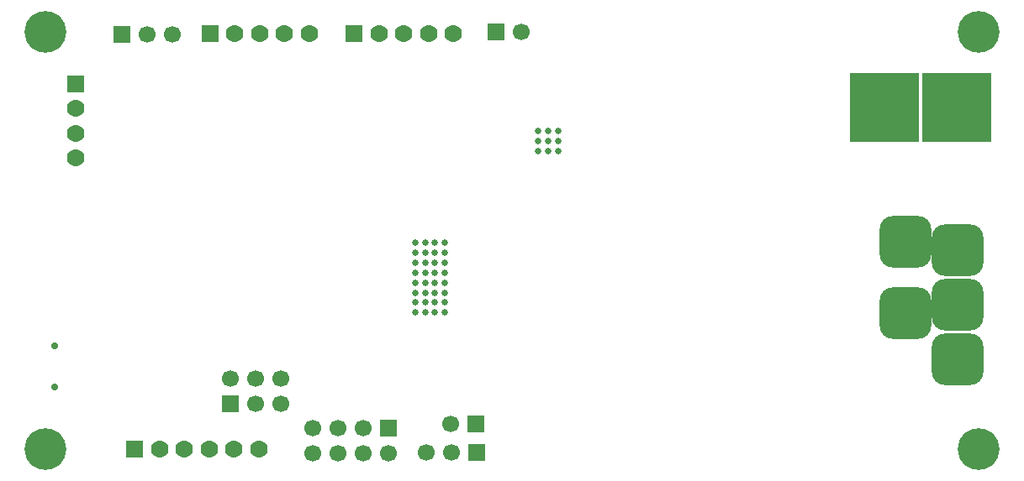
<source format=gbr>
%TF.GenerationSoftware,Altium Limited,Altium Designer,23.4.1 (23)*%
G04 Layer_Color=16711935*
%FSLAX43Y43*%
%MOMM*%
%TF.SameCoordinates,F1D85D2B-AD7B-4026-9487-DA5914AD0DFB*%
%TF.FilePolarity,Negative*%
%TF.FileFunction,Soldermask,Bot*%
%TF.Part,Single*%
G01*
G75*
%TA.AperFunction,ComponentPad*%
%ADD95R,7.000X7.000*%
%ADD96R,1.700X1.700*%
%ADD97C,1.700*%
%ADD98C,1.775*%
%ADD99R,1.775X1.775*%
G04:AMPARAMS|DCode=100|XSize=5.2mm|YSize=5.2mm|CornerRadius=1.35mm|HoleSize=0mm|Usage=FLASHONLY|Rotation=270.000|XOffset=0mm|YOffset=0mm|HoleType=Round|Shape=RoundedRectangle|*
%AMROUNDEDRECTD100*
21,1,5.200,2.500,0,0,270.0*
21,1,2.500,5.200,0,0,270.0*
1,1,2.700,-1.250,-1.250*
1,1,2.700,-1.250,1.250*
1,1,2.700,1.250,1.250*
1,1,2.700,1.250,-1.250*
%
%ADD100ROUNDEDRECTD100*%
%ADD101R,1.775X1.775*%
%ADD102C,0.700*%
%TA.AperFunction,ViaPad*%
%ADD103C,0.650*%
%ADD104C,4.203*%
D95*
X94815Y37400D02*
D03*
X87500D02*
D03*
D96*
X37540Y5100D02*
D03*
X21660Y7560D02*
D03*
X48400Y45000D02*
D03*
X10720Y44800D02*
D03*
X46440Y2600D02*
D03*
X46400Y5500D02*
D03*
D97*
X29920Y2560D02*
D03*
X37540D02*
D03*
X35000Y5100D02*
D03*
Y2560D02*
D03*
X32460Y5100D02*
D03*
Y2560D02*
D03*
X29920Y5100D02*
D03*
X24200Y7560D02*
D03*
Y10100D02*
D03*
X26740Y7560D02*
D03*
Y10100D02*
D03*
X21660D02*
D03*
X13260Y44800D02*
D03*
X15800D02*
D03*
X43900Y2600D02*
D03*
X41360D02*
D03*
X50940Y45000D02*
D03*
X43860Y5500D02*
D03*
D98*
X22000Y3000D02*
D03*
X19500D02*
D03*
X17000D02*
D03*
X14500D02*
D03*
X24500D02*
D03*
X44100Y44900D02*
D03*
X41600D02*
D03*
X39100D02*
D03*
X36600D02*
D03*
X29600D02*
D03*
X27100D02*
D03*
X24600D02*
D03*
X22100D02*
D03*
X6100Y37300D02*
D03*
Y34800D02*
D03*
Y32300D02*
D03*
D99*
X12000Y3000D02*
D03*
X34100Y44900D02*
D03*
X19600D02*
D03*
D100*
X94900Y17500D02*
D03*
Y12000D02*
D03*
Y23000D02*
D03*
X89600Y16650D02*
D03*
Y23850D02*
D03*
D101*
X6100Y39800D02*
D03*
D102*
X3950Y13375D02*
D03*
Y9225D02*
D03*
D103*
X97075Y35150D02*
D03*
X97825D02*
D03*
Y35900D02*
D03*
Y40400D02*
D03*
Y39650D02*
D03*
Y38900D02*
D03*
Y38150D02*
D03*
Y37400D02*
D03*
Y36650D02*
D03*
Y34400D02*
D03*
X97075Y40400D02*
D03*
Y39650D02*
D03*
Y34400D02*
D03*
X96325Y40400D02*
D03*
Y34400D02*
D03*
X95575Y40400D02*
D03*
Y34400D02*
D03*
X94825Y40400D02*
D03*
Y34400D02*
D03*
X94075Y40400D02*
D03*
Y34400D02*
D03*
X93325Y40400D02*
D03*
Y34400D02*
D03*
X92575Y40400D02*
D03*
Y39650D02*
D03*
Y35150D02*
D03*
Y34400D02*
D03*
X91825Y40400D02*
D03*
Y39650D02*
D03*
Y38900D02*
D03*
Y38150D02*
D03*
Y37400D02*
D03*
Y36650D02*
D03*
Y35900D02*
D03*
Y35150D02*
D03*
Y34400D02*
D03*
X43250Y23750D02*
D03*
Y22750D02*
D03*
Y21750D02*
D03*
Y20750D02*
D03*
Y19750D02*
D03*
Y18750D02*
D03*
Y17750D02*
D03*
Y16750D02*
D03*
X42250Y23750D02*
D03*
Y22750D02*
D03*
Y21750D02*
D03*
Y20750D02*
D03*
Y19750D02*
D03*
Y18750D02*
D03*
Y17750D02*
D03*
Y16750D02*
D03*
X41250Y23750D02*
D03*
Y22750D02*
D03*
Y21750D02*
D03*
Y20750D02*
D03*
Y19750D02*
D03*
Y18750D02*
D03*
Y17750D02*
D03*
Y16750D02*
D03*
X40250Y23750D02*
D03*
Y22750D02*
D03*
Y21750D02*
D03*
Y20750D02*
D03*
Y19750D02*
D03*
Y18750D02*
D03*
Y17750D02*
D03*
Y16750D02*
D03*
X54650Y35050D02*
D03*
Y34050D02*
D03*
Y33050D02*
D03*
X53650Y35050D02*
D03*
Y34050D02*
D03*
Y33050D02*
D03*
X52650Y35050D02*
D03*
Y34050D02*
D03*
Y33050D02*
D03*
D104*
X97000Y3000D02*
D03*
Y45000D02*
D03*
X3000D02*
D03*
Y3000D02*
D03*
%TF.MD5,3a78925808d90b97351186c381ece481*%
M02*

</source>
